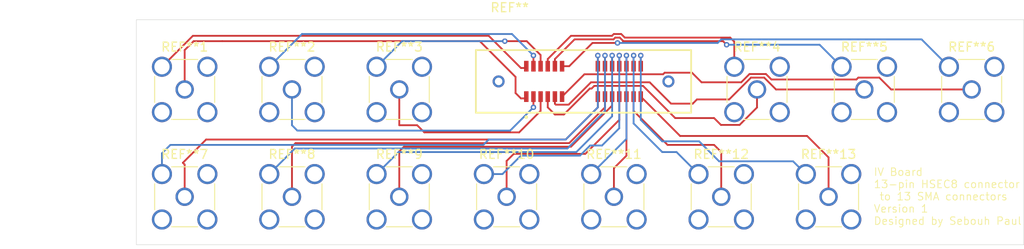
<source format=kicad_pcb>
(kicad_pcb (version 20240108) (generator "pcbnew") (generator_version "8.0")
  (layers (0 "F.Cu" signal) (31 "B.Cu" signal) (34 "B.Paste" user) (35 "F.Paste" user) (36 "B.SilkS" user "B.Silkscreen") (37 "F.SilkS" user "F.Silkscreen") (38 "B.Mask" user) (39 "F.Mask" user) (44 "Edge.Cuts" user))
  (net 0 "")
  (net 1 "A0")
  (net 2 "K0")
  (net 3 "A1")
  (net 4 "K1")
  (net 5 "A2")
  (net 6 "K2")
  (net 7 "A6")
  (net 8 "A7")
  (net 9 "A8")
  (net 10 "A9")
  (net 11 "A10")
  (net 12 "A11")
  (net 13 "A12")
  (net 14 "K6")
  (net 15 "K7")
  (net 16 "K8")
  (net 17 "K9")
  (net 18 "K10")
  (net 19 "K11")
  (net 20 "K12")
  (net 21 "A3")
  (net 22 "A4")
  (net 23 "A5")
  (net 24 "K3")
  (net 25 "K4")
  (net 26 "K5")
  (footprint "Connector_Coaxial:SMA_Amphenol_901-144_Vertical" (layer "F.Cu") (at 218.2 97)
    (property "Reference" "REF**6" (at 0 -4.75 0) (layer "F.SilkS"))
    (property "Value" "SMA_Amphenol_901-144_Vertical")
    (fp_line (start -3.355 -1.45) (end -3.355 1.45) (stroke (width 0.12)) (layer "F.SilkS"))
    (fp_line (start -1.45 -3.355) (end 1.45 -3.355) (stroke (width 0.12)) (layer "F.SilkS"))
    (fp_line (start -1.45 3.355) (end 1.45 3.355) (stroke (width 0.12)) (layer "F.SilkS"))
    (fp_line (start 3.355 -1.45) (end 3.355 1.45) (stroke (width 0.12)) (layer "F.SilkS"))
    (pad "1" thru_hole circle (at 0 0) (size 2.05 2.05) (drill 1.5) (layers "*.Cu" "*.Mask") (net 23 "A5"))
    (pad "2" thru_hole circle (at -2.54 -2.54) (size 2.25 2.25) (drill 1.7) (layers "*.Cu" "*.Mask") (net 26 "K5"))
    (pad "2" thru_hole circle (at -2.54 2.54) (size 2.25 2.25) (drill 1.7) (layers "*.Cu" "*.Mask"))
    (pad "2" thru_hole circle (at 2.54 -2.54) (size 2.25 2.25) (drill 1.7) (layers "*.Cu" "*.Mask"))
    (pad "2" thru_hole circle (at 2.54 2.54) (size 2.25 2.25) (drill 1.7) (layers "*.Cu" "*.Mask"))
  )
  (footprint "Connector_Coaxial:SMA_Amphenol_901-144_Vertical" (layer "F.Cu") (at 130.2 109)
    (property "Reference" "REF**7" (at 0 -4.75 0) (layer "F.SilkS"))
    (property "Value" "SMA_Amphenol_901-144_Vertical")
    (fp_line (start -3.355 -1.45) (end -3.355 1.45) (stroke (width 0.12)) (layer "F.SilkS"))
    (fp_line (start -1.45 -3.355) (end 1.45 -3.355) (stroke (width 0.12)) (layer "F.SilkS"))
    (fp_line (start -1.45 3.355) (end 1.45 3.355) (stroke (width 0.12)) (layer "F.SilkS"))
    (fp_line (start 3.355 -1.45) (end 3.355 1.45) (stroke (width 0.12)) (layer "F.SilkS"))
    (pad "1" thru_hole circle (at 0 0) (size 2.05 2.05) (drill 1.5) (layers "*.Cu" "*.Mask") (net 7 "A6"))
    (pad "2" thru_hole circle (at -2.54 -2.54) (size 2.25 2.25) (drill 1.7) (layers "*.Cu" "*.Mask") (net 14 "K6"))
    (pad "2" thru_hole circle (at -2.54 2.54) (size 2.25 2.25) (drill 1.7) (layers "*.Cu" "*.Mask"))
    (pad "2" thru_hole circle (at 2.54 -2.54) (size 2.25 2.25) (drill 1.7) (layers "*.Cu" "*.Mask"))
    (pad "2" thru_hole circle (at 2.54 2.54) (size 2.25 2.25) (drill 1.7) (layers "*.Cu" "*.Mask"))
  )
  (footprint "Connector_Coaxial:SMA_Amphenol_901-144_Vertical" (layer "F.Cu") (at 178.2 109)
    (property "Reference" "REF**11" (at 0 -4.75 0) (layer "F.SilkS"))
    (property "Value" "SMA_Amphenol_901-144_Vertical")
    (fp_line (start -3.355 -1.45) (end -3.355 1.45) (stroke (width 0.12)) (layer "F.SilkS"))
    (fp_line (start -1.45 -3.355) (end 1.45 -3.355) (stroke (width 0.12)) (layer "F.SilkS"))
    (fp_line (start -1.45 3.355) (end 1.45 3.355) (stroke (width 0.12)) (layer "F.SilkS"))
    (fp_line (start 3.355 -1.45) (end 3.355 1.45) (stroke (width 0.12)) (layer "F.SilkS"))
    (pad "1" thru_hole circle (at 0 0) (size 2.05 2.05) (drill 1.5) (layers "*.Cu" "*.Mask") (net 11 "A10"))
    (pad "2" thru_hole circle (at -2.54 -2.54) (size 2.25 2.25) (drill 1.7) (layers "*.Cu" "*.Mask") (net 18 "K10"))
    (pad "2" thru_hole circle (at -2.54 2.54) (size 2.25 2.25) (drill 1.7) (layers "*.Cu" "*.Mask"))
    (pad "2" thru_hole circle (at 2.54 -2.54) (size 2.25 2.25) (drill 1.7) (layers "*.Cu" "*.Mask"))
    (pad "2" thru_hole circle (at 2.54 2.54) (size 2.25 2.25) (drill 1.7) (layers "*.Cu" "*.Mask"))
  )
  (footprint "Connector_Coaxial:SMA_Amphenol_901-144_Vertical" (layer "F.Cu") (at 190.2 109)
    (property "Reference" "REF**12" (at 0 -4.75 0) (layer "F.SilkS"))
    (property "Value" "SMA_Amphenol_901-144_Vertical")
    (fp_line (start -3.355 -1.45) (end -3.355 1.45) (stroke (width 0.12)) (layer "F.SilkS"))
    (fp_line (start -1.45 -3.355) (end 1.45 -3.355) (stroke (width 0.12)) (layer "F.SilkS"))
    (fp_line (start -1.45 3.355) (end 1.45 3.355) (stroke (width 0.12)) (layer "F.SilkS"))
    (fp_line (start 3.355 -1.45) (end 3.355 1.45) (stroke (width 0.12)) (layer "F.SilkS"))
    (pad "1" thru_hole circle (at 0 0) (size 2.05 2.05) (drill 1.5) (layers "*.Cu" "*.Mask") (net 12 "A11"))
    (pad "2" thru_hole circle (at -2.54 -2.54) (size 2.25 2.25) (drill 1.7) (layers "*.Cu" "*.Mask") (net 19 "K11"))
    (pad "2" thru_hole circle (at -2.54 2.54) (size 2.25 2.25) (drill 1.7) (layers "*.Cu" "*.Mask"))
    (pad "2" thru_hole circle (at 2.54 -2.54) (size 2.25 2.25) (drill 1.7) (layers "*.Cu" "*.Mask"))
    (pad "2" thru_hole circle (at 2.54 2.54) (size 2.25 2.25) (drill 1.7) (layers "*.Cu" "*.Mask"))
  )
  (footprint "Connector_Coaxial:SMA_Amphenol_901-144_Vertical" (layer "F.Cu") (at 142.2 97)
    (property "Reference" "REF**2" (at 0 -4.75 0) (layer "F.SilkS"))
    (property "Value" "SMA_Amphenol_901-144_Vertical")
    (fp_line (start -3.355 -1.45) (end -3.355 1.45) (stroke (width 0.12)) (layer "F.SilkS"))
    (fp_line (start -1.45 -3.355) (end 1.45 -3.355) (stroke (width 0.12)) (layer "F.SilkS"))
    (fp_line (start -1.45 3.355) (end 1.45 3.355) (stroke (width 0.12)) (layer "F.SilkS"))
    (fp_line (start 3.355 -1.45) (end 3.355 1.45) (stroke (width 0.12)) (layer "F.SilkS"))
    (pad "1" thru_hole circle (at 0 0) (size 2.05 2.05) (drill 1.5) (layers "*.Cu" "*.Mask") (net 3 "A1"))
    (pad "2" thru_hole circle (at -2.54 -2.54) (size 2.25 2.25) (drill 1.7) (layers "*.Cu" "*.Mask") (net 4 "K1"))
    (pad "2" thru_hole circle (at -2.54 2.54) (size 2.25 2.25) (drill 1.7) (layers "*.Cu" "*.Mask"))
    (pad "2" thru_hole circle (at 2.54 -2.54) (size 2.25 2.25) (drill 1.7) (layers "*.Cu" "*.Mask"))
    (pad "2" thru_hole circle (at 2.54 2.54) (size 2.25 2.25) (drill 1.7) (layers "*.Cu" "*.Mask"))
  )
  (footprint "Connector_Coaxial:SMA_Amphenol_901-144_Vertical" (layer "F.Cu") (at 142.2 109)
    (property "Reference" "REF**8" (at 0 -4.75 0) (layer "F.SilkS"))
    (property "Value" "SMA_Amphenol_901-144_Vertical")
    (fp_line (start -3.355 -1.45) (end -3.355 1.45) (stroke (width 0.12)) (layer "F.SilkS"))
    (fp_line (start -1.45 -3.355) (end 1.45 -3.355) (stroke (width 0.12)) (layer "F.SilkS"))
    (fp_line (start -1.45 3.355) (end 1.45 3.355) (stroke (width 0.12)) (layer "F.SilkS"))
    (fp_line (start 3.355 -1.45) (end 3.355 1.45) (stroke (width 0.12)) (layer "F.SilkS"))
    (pad "1" thru_hole circle (at 0 0) (size 2.05 2.05) (drill 1.5) (layers "*.Cu" "*.Mask") (net 8 "A7"))
    (pad "2" thru_hole circle (at -2.54 -2.54) (size 2.25 2.25) (drill 1.7) (layers "*.Cu" "*.Mask") (net 15 "K7"))
    (pad "2" thru_hole circle (at -2.54 2.54) (size 2.25 2.25) (drill 1.7) (layers "*.Cu" "*.Mask"))
    (pad "2" thru_hole circle (at 2.54 -2.54) (size 2.25 2.25) (drill 1.7) (layers "*.Cu" "*.Mask"))
    (pad "2" thru_hole circle (at 2.54 2.54) (size 2.25 2.25) (drill 1.7) (layers "*.Cu" "*.Mask"))
  )
  (footprint "Connector_Coaxial:SMA_Amphenol_901-144_Vertical" (layer "F.Cu") (at 154.2 109)
    (property "Reference" "REF**9" (at 0 -4.75 0) (layer "F.SilkS"))
    (property "Value" "SMA_Amphenol_901-144_Vertical")
    (fp_line (start -3.355 -1.45) (end -3.355 1.45) (stroke (width 0.12)) (layer "F.SilkS"))
    (fp_line (start -1.45 -3.355) (end 1.45 -3.355) (stroke (width 0.12)) (layer "F.SilkS"))
    (fp_line (start -1.45 3.355) (end 1.45 3.355) (stroke (width 0.12)) (layer "F.SilkS"))
    (fp_line (start 3.355 -1.45) (end 3.355 1.45) (stroke (width 0.12)) (layer "F.SilkS"))
    (pad "1" thru_hole circle (at 0 0) (size 2.05 2.05) (drill 1.5) (layers "*.Cu" "*.Mask") (net 9 "A8"))
    (pad "2" thru_hole circle (at -2.54 -2.54) (size 2.25 2.25) (drill 1.7) (layers "*.Cu" "*.Mask") (net 16 "K8"))
    (pad "2" thru_hole circle (at -2.54 2.54) (size 2.25 2.25) (drill 1.7) (layers "*.Cu" "*.Mask"))
    (pad "2" thru_hole circle (at 2.54 -2.54) (size 2.25 2.25) (drill 1.7) (layers "*.Cu" "*.Mask"))
    (pad "2" thru_hole circle (at 2.54 2.54) (size 2.25 2.25) (drill 1.7) (layers "*.Cu" "*.Mask"))
  )
  (footprint "Connector_Coaxial:SMA_Amphenol_901-144_Vertical" (layer "F.Cu") (at 130.2 97)
    (property "Reference" "REF**1" (at 0 -4.75 0) (layer "F.SilkS"))
    (property "Value" "SMA_Amphenol_901-144_Vertical")
    (fp_line (start -3.355 -1.45) (end -3.355 1.45) (stroke (width 0.12)) (layer "F.SilkS"))
    (fp_line (start -1.45 -3.355) (end 1.45 -3.355) (stroke (width 0.12)) (layer "F.SilkS"))
    (fp_line (start -1.45 3.355) (end 1.45 3.355) (stroke (width 0.12)) (layer "F.SilkS"))
    (fp_line (start 3.355 -1.45) (end 3.355 1.45) (stroke (width 0.12)) (layer "F.SilkS"))
    (pad "1" thru_hole circle (at 0 0) (size 2.05 2.05) (drill 1.5) (layers "*.Cu" "*.Mask") (net 1 "A0"))
    (pad "2" thru_hole circle (at -2.54 -2.54) (size 2.25 2.25) (drill 1.7) (layers "*.Cu" "*.Mask") (net 2 "K0"))
    (pad "2" thru_hole circle (at -2.54 2.54) (size 2.25 2.25) (drill 1.7) (layers "*.Cu" "*.Mask"))
    (pad "2" thru_hole circle (at 2.54 -2.54) (size 2.25 2.25) (drill 1.7) (layers "*.Cu" "*.Mask"))
    (pad "2" thru_hole circle (at 2.54 2.54) (size 2.25 2.25) (drill 1.7) (layers "*.Cu" "*.Mask"))
  )
  (footprint "Connector_Coaxial:SMA_Amphenol_901-144_Vertical" (layer "F.Cu") (at 166.2 109)
    (property "Reference" "REF**10" (at 0 -4.75 0) (layer "F.SilkS"))
    (property "Value" "SMA_Amphenol_901-144_Vertical")
    (fp_line (start -3.355 -1.45) (end -3.355 1.45) (stroke (width 0.12)) (layer "F.SilkS"))
    (fp_line (start -1.45 -3.355) (end 1.45 -3.355) (stroke (width 0.12)) (layer "F.SilkS"))
    (fp_line (start -1.45 3.355) (end 1.45 3.355) (stroke (width 0.12)) (layer "F.SilkS"))
    (fp_line (start 3.355 -1.45) (end 3.355 1.45) (stroke (width 0.12)) (layer "F.SilkS"))
    (pad "1" thru_hole circle (at 0 0) (size 2.05 2.05) (drill 1.5) (layers "*.Cu" "*.Mask") (net 10 "A9"))
    (pad "2" thru_hole circle (at -2.54 -2.54) (size 2.25 2.25) (drill 1.7) (layers "*.Cu" "*.Mask") (net 17 "K9"))
    (pad "2" thru_hole circle (at -2.54 2.54) (size 2.25 2.25) (drill 1.7) (layers "*.Cu" "*.Mask"))
    (pad "2" thru_hole circle (at 2.54 -2.54) (size 2.25 2.25) (drill 1.7) (layers "*.Cu" "*.Mask"))
    (pad "2" thru_hole circle (at 2.54 2.54) (size 2.25 2.25) (drill 1.7) (layers "*.Cu" "*.Mask"))
  )
  (footprint "Connector_Coaxial:SMA_Amphenol_901-144_Vertical" (layer "F.Cu") (at 194.2 97)
    (property "Reference" "REF**4" (at 0 -4.75 0) (layer "F.SilkS"))
    (property "Value" "SMA_Amphenol_901-144_Vertical")
    (fp_line (start -3.355 -1.45) (end -3.355 1.45) (stroke (width 0.12)) (layer "F.SilkS"))
    (fp_line (start -1.45 -3.355) (end 1.45 -3.355) (stroke (width 0.12)) (layer "F.SilkS"))
    (fp_line (start -1.45 3.355) (end 1.45 3.355) (stroke (width 0.12)) (layer "F.SilkS"))
    (fp_line (start 3.355 -1.45) (end 3.355 1.45) (stroke (width 0.12)) (layer "F.SilkS"))
    (pad "1" thru_hole circle (at 0 0) (size 2.05 2.05) (drill 1.5) (layers "*.Cu" "*.Mask") (net 21 "A3"))
    (pad "2" thru_hole circle (at -2.54 -2.54) (size 2.25 2.25) (drill 1.7) (layers "*.Cu" "*.Mask") (net 24 "K3"))
    (pad "2" thru_hole circle (at -2.54 2.54) (size 2.25 2.25) (drill 1.7) (layers "*.Cu" "*.Mask"))
    (pad "2" thru_hole circle (at 2.54 -2.54) (size 2.25 2.25) (drill 1.7) (layers "*.Cu" "*.Mask"))
    (pad "2" thru_hole circle (at 2.54 2.54) (size 2.25 2.25) (drill 1.7) (layers "*.Cu" "*.Mask"))
  )
  (footprint "Connector_Coaxial:SMA_Amphenol_901-144_Vertical" (layer "F.Cu") (at 206.2 97)
    (property "Reference" "REF**5" (at 0 -4.75 0) (layer "F.SilkS"))
    (property "Value" "SMA_Amphenol_901-144_Vertical")
    (fp_line (start -3.355 -1.45) (end -3.355 1.45) (stroke (width 0.12)) (layer "F.SilkS"))
    (fp_line (start -1.45 -3.355) (end 1.45 -3.355) (stroke (width 0.12)) (layer "F.SilkS"))
    (fp_line (start -1.45 3.355) (end 1.45 3.355) (stroke (width 0.12)) (layer "F.SilkS"))
    (fp_line (start 3.355 -1.45) (end 3.355 1.45) (stroke (width 0.12)) (layer "F.SilkS"))
    (pad "1" thru_hole circle (at 0 0) (size 2.05 2.05) (drill 1.5) (layers "*.Cu" "*.Mask") (net 22 "A4"))
    (pad "2" thru_hole circle (at -2.54 -2.54) (size 2.25 2.25) (drill 1.7) (layers "*.Cu" "*.Mask") (net 25 "K4"))
    (pad "2" thru_hole circle (at -2.54 2.54) (size 2.25 2.25) (drill 1.7) (layers "*.Cu" "*.Mask"))
    (pad "2" thru_hole circle (at 2.54 -2.54) (size 2.25 2.25) (drill 1.7) (layers "*.Cu" "*.Mask"))
    (pad "2" thru_hole circle (at 2.54 2.54) (size 2.25 2.25) (drill 1.7) (layers "*.Cu" "*.Mask"))
  )
  (footprint "Connector_Samtec_HSEC8:SAMTEC_HSEC8-113-01-X-DV-A-L2" (layer "F.Cu") (at 174.8 96.1)
    (property "Reference" "REF**" (at -8.255 -8.255 0) (layer "F.SilkS"))
    (property "Value" "SAMTEC_HSEC8-113-01-X-DV-A-L2")
    (fp_line (start -12.035 -3.5) (end 12.035 -3.5) (stroke (width 0.2)) (layer "F.SilkS"))
    (fp_line (start -12.035 3.5) (end -12.035 -3.5) (stroke (width 0.2)) (layer "F.SilkS"))
    (fp_line (start 12.035 -3.5) (end 12.035 3.5) (stroke (width 0.2)) (layer "F.SilkS"))
    (fp_line (start 12.035 3.5) (end -12.035 3.5) (stroke (width 0.2)) (layer "F.SilkS"))
    (fp_circle (center -6.4 4) (end -6.3 4) (stroke (width 0.2)) (fill none) (layer "F.SilkS"))
    (pad "" np_thru_hole circle (at -10.745 1.5) (size 1.27 1.27) (drill 1.27) (layers "F&B.Cu" "*.Mask"))
    (pad "" np_thru_hole circle (at 10.745 1.5) (size 1.27 1.27) (drill 1.27) (layers "F&B.Cu" "*.Mask"))
    (pad "01" smd rect (at -6.4 1.7) (size 0.5 1.2) (layers "F.Cu" "F.Paste" "F.Mask") (net 1 "A0"))
    (pad "02" smd rect (at -6.4 -1.7) (size 0.5 1.2) (layers "F.Cu" "F.Paste" "F.Mask") (net 2 "K0"))
    (pad "02" smd rect (at -5.6 1.7) (size 0.5 1.2) (layers "F.Cu" "F.Paste" "F.Mask") (net 3 "A1"))
    (pad "04" smd rect (at -5.6 -1.7) (size 0.5 1.2) (layers "F.Cu" "F.Paste" "F.Mask") (net 4 "K1"))
    (pad "05" smd rect (at -4.8 1.7) (size 0.5 1.2) (layers "F.Cu" "F.Paste" "F.Mask") (net 5 "A2"))
    (pad "06" smd rect (at -4.8 -1.7) (size 0.5 1.2) (layers "F.Cu" "F.Paste" "F.Mask") (net 6 "K2"))
    (pad "07" smd rect (at -4 1.7) (size 0.5 1.2) (layers "F.Cu" "F.Paste" "F.Mask") (net 21 "A3"))
    (pad "08" smd rect (at -4 -1.7) (size 0.5 1.2) (layers "F.Cu" "F.Paste" "F.Mask") (net 24 "K3"))
    (pad "09" smd rect (at -3.2 1.7) (size 0.5 1.2) (layers "F.Cu" "F.Paste" "F.Mask") (net 22 "A4"))
    (pad "10" smd rect (at -3.2 -1.7) (size 0.5 1.2) (layers "F.Cu" "F.Paste" "F.Mask") (net 25 "K4"))
    (pad "11" smd rect (at -2.4 1.7) (size 0.5 1.2) (layers "F.Cu" "F.Paste" "F.Mask") (net 23 "A5"))
    (pad "12" smd rect (at -2.4 -1.7) (size 0.5 1.2) (layers "F.Cu" "F.Paste" "F.Mask") (net 26 "K5"))
    (pad "13" smd rect (at 1.6 1.7) (size 0.5 1.2) (layers "F.Cu" "F.Paste" "F.Mask") (net 7 "A6"))
    (pad "14" smd rect (at 1.6 -1.7) (size 0.5 1.2) (layers "F.Cu" "F.Paste" "F.Mask") (net 14 "K6"))
    (pad "15" smd rect (at 2.4 1.7) (size 0.5 1.2) (layers "F.Cu" "F.Paste" "F.Mask") (net 8 "A7"))
    (pad "16" smd rect (at 2.4 -1.7) (size 0.5 1.2) (layers "F.Cu" "F.Paste" "F.Mask") (net 15 "K7"))
    (pad "17" smd rect (at 3.2 1.7) (size 0.5 1.2) (layers "F.Cu" "F.Paste" "F.Mask") (net 9 "A8"))
    (pad "18" smd rect (at 3.2 -1.7) (size 0.5 1.2) (layers "F.Cu" "F.Paste" "F.Mask") (net 16 "K8"))
    (pad "19" smd rect (at 4 1.7) (size 0.5 1.2) (layers "F.Cu" "F.Paste" "F.Mask") (net 10 "A9"))
    (pad "20" smd rect (at 4 -1.7) (size 0.5 1.2) (layers "F.Cu" "F.Paste" "F.Mask") (net 17 "K9"))
    (pad "21" smd rect (at 4.8 1.7) (size 0.5 1.2) (layers "F.Cu" "F.Paste" "F.Mask") (net 11 "A10"))
    (pad "22" smd rect (at 4.8 -1.7) (size 0.5 1.2) (layers "F.Cu" "F.Paste" "F.Mask") (net 18 "K10"))
    (pad "23" smd rect (at 5.6 1.7) (size 0.5 1.2) (layers "F.Cu" "F.Paste" "F.Mask") (net 12 "A11"))
    (pad "24" smd rect (at 5.6 -1.7) (size 0.5 1.2) (layers "F.Cu" "F.Paste" "F.Mask") (net 19 "K11"))
    (pad "25" smd rect (at 6.4 1.7) (size 0.5 1.2) (layers "F.Cu" "F.Paste" "F.Mask") (net 13 "A12"))
    (pad "26" smd rect (at 6.4 -1.7) (size 0.5 1.2) (layers "F.Cu" "F.Paste" "F.Mask") (net 20 "K12"))
    (pad "S1" thru_hole circle (at -9.495 0) (size 1.348 1.348) (drill 0.84) (layers "*.Cu" "*.Mask"))
    (pad "S2" thru_hole circle (at 9.495 0) (size 1.348 1.348) (drill 0.84) (layers "*.Cu" "*.Mask"))
  )
  (footprint "Connector_Coaxial:SMA_Amphenol_901-144_Vertical" (layer "F.Cu") (at 202.2 109)
    (property "Reference" "REF**13" (at 0 -4.75 0) (layer "F.SilkS"))
    (property "Value" "SMA_Amphenol_901-144_Vertical")
    (fp_line (start -3.355 -1.45) (end -3.355 1.45) (stroke (width 0.12)) (layer "F.SilkS"))
    (fp_line (start -1.45 -3.355) (end 1.45 -3.355) (stroke (width 0.12)) (layer "F.SilkS"))
    (fp_line (start -1.45 3.355) (end 1.45 3.355) (stroke (width 0.12)) (layer "F.SilkS"))
    (fp_line (start 3.355 -1.45) (end 3.355 1.45) (stroke (width 0.12)) (layer "F.SilkS"))
    (pad "1" thru_hole circle (at 0 0) (size 2.05 2.05) (drill 1.5) (layers "*.Cu" "*.Mask") (net 13 "A12"))
    (pad "2" thru_hole circle (at -2.54 -2.54) (size 2.25 2.25) (drill 1.7) (layers "*.Cu" "*.Mask") (net 20 "K12"))
    (pad "2" thru_hole circle (at -2.54 2.54) (size 2.25 2.25) (drill 1.7) (layers "*.Cu" "*.Mask"))
    (pad "2" thru_hole circle (at 2.54 -2.54) (size 2.25 2.25) (drill 1.7) (layers "*.Cu" "*.Mask"))
    (pad "2" thru_hole circle (at 2.54 2.54) (size 2.25 2.25) (drill 1.7) (layers "*.Cu" "*.Mask"))
  )
  (footprint "Connector_Coaxial:SMA_Amphenol_901-144_Vertical" (layer "F.Cu") (at 154.2 97)
    (property "Reference" "REF**3" (at 0 -4.75 0) (layer "F.SilkS"))
    (property "Value" "SMA_Amphenol_901-144_Vertical")
    (fp_line (start -3.355 -1.45) (end -3.355 1.45) (stroke (width 0.12)) (layer "F.SilkS"))
    (fp_line (start -1.45 -3.355) (end 1.45 -3.355) (stroke (width 0.12)) (layer "F.SilkS"))
    (fp_line (start -1.45 3.355) (end 1.45 3.355) (stroke (width 0.12)) (layer "F.SilkS"))
    (fp_line (start 3.355 -1.45) (end 3.355 1.45) (stroke (width 0.12)) (layer "F.SilkS"))
    (pad "1" thru_hole circle (at 0 0) (size 2.05 2.05) (drill 1.5) (layers "*.Cu" "*.Mask") (net 5 "A2"))
    (pad "2" thru_hole circle (at -2.54 -2.54) (size 2.25 2.25) (drill 1.7) (layers "*.Cu" "*.Mask") (net 6 "K2"))
    (pad "2" thru_hole circle (at -2.54 2.54) (size 2.25 2.25) (drill 1.7) (layers "*.Cu" "*.Mask"))
    (pad "2" thru_hole circle (at 2.54 -2.54) (size 2.25 2.25) (drill 1.7) (layers "*.Cu" "*.Mask"))
    (pad "2" thru_hole circle (at 2.54 2.54) (size 2.25 2.25) (drill 1.7) (layers "*.Cu" "*.Mask"))
  )
  (gr_rect (start 124.8 89.2) (end 224.031156 114.368844) (stroke (width 0.05)) (fill none) (layer "Edge.Cuts"))
  (gr_text "IV Board \n13-pin HSEC8 connector\n to 13 SMA connectors\nVersion 1\nDesigned by Sebouh Paul" (at 207.2 112.2 0) (layer "F.SilkS") (effects (font (size 0.85 0.85) (thickness 0.1)) (justify left bottom)))
  (segment (start 134.4 91.6) (end 131.2 91.6) (width 0.2) (layer "F.Cu") (net 1))
  (segment (start 134.4 91.6) (end 163.2 91.6) (width 0.2) (layer "F.Cu") (net 1))
  (segment (start 167.2 97.4) (end 167.8 98) (width 0.2) (layer "F.Cu") (net 1))
  (segment (start 131.2 91.6) (end 130.2 92.6) (width 0.2) (layer "F.Cu") (net 1))
  (segment (start 167.8 98) (end 168.2 98) (width 0.2) (layer "F.Cu") (net 1))
  (segment (start 163.2 91.6) (end 167.2 95.6) (width 0.2) (layer "F.Cu") (net 1))
  (segment (start 130.2 92.6) (end 130.2 97) (width 0.2) (layer "F.Cu") (net 1))
  (segment (start 167.2 95.6) (end 167.2 97.4) (width 0.2) (layer "F.Cu") (net 1))
  (segment (start 168.2 98) (end 168.4 97.8) (width 0.2) (layer "F.Cu") (net 1))
  (segment (start 164.2 91) (end 167.8 94.6) (width 0.2) (layer "F.Cu") (net 2))
  (segment (start 127.66 94.46) (end 131.12 91) (width 0.2) (layer "F.Cu") (net 2))
  (segment (start 131.12 91) (end 164.2 91) (width 0.2) (layer "F.Cu") (net 2))
  (segment (start 167.8 94.6) (end 168.2 94.6) (width 0.2) (layer "F.Cu") (net 2))
  (segment (start 168.2 94.6) (end 168.4 94.4) (width 0.2) (layer "F.Cu") (net 2))
  (segment (start 169.2 97.8) (end 169.2 99) (width 0.2) (layer "F.Cu") (net 3))
  (via (at 169.2 99) (size 0.6) (drill 0.3) (layers "F.Cu" "B.Cu") (net 3))
  (segment (start 166.6 101.6) (end 143 101.6) (width 0.2) (layer "B.Cu") (net 3))
  (segment (start 169.2 99) (end 166.6 101.6) (width 0.2) (layer "B.Cu") (net 3))
  (segment (start 142.8 101.6) (end 143 101.6) (width 0.2) (layer "B.Cu") (net 3))
  (segment (start 142.2 101) (end 142.8 101.6) (width 0.2) (layer "B.Cu") (net 3))
  (segment (start 142.2 101) (end 142.2 97) (width 0.2) (layer "B.Cu") (net 3))
  (segment (start 169.2 94.4) (end 169.2 93.2) (width 0.2) (layer "F.Cu") (net 4))
  (via (at 169.2 93.2) (size 0.6) (drill 0.3) (layers "F.Cu" "B.Cu") (net 4))
  (segment (start 166.8 90.8) (end 143.32 90.8) (width 0.2) (layer "B.Cu") (net 4))
  (segment (start 143.32 90.8) (end 139.66 94.46) (width 0.2) (layer "B.Cu") (net 4))
  (segment (start 169.2 93.2) (end 166.8 90.8) (width 0.2) (layer "B.Cu") (net 4))
  (segment (start 157 101.8) (end 167.6 101.8) (width 0.2) (layer "F.Cu") (net 5))
  (segment (start 154.2 101) (end 156.2 101) (width 0.2) (layer "F.Cu") (net 5))
  (segment (start 170 99.4) (end 170 97.8) (width 0.2) (layer "F.Cu") (net 5))
  (segment (start 154.2 97) (end 154.2 101) (width 0.2) (layer "F.Cu") (net 5))
  (segment (start 156.2 101) (end 157 101.8) (width 0.2) (layer "F.Cu") (net 5))
  (segment (start 167.6 101.8) (end 170 99.4) (width 0.2) (layer "F.Cu") (net 5))
  (segment (start 170 93.151471) (end 168.448529 91.6) (width 0.2) (layer "F.Cu") (net 6))
  (segment (start 168.448529 91.6) (end 166 91.6) (width 0.2) (layer "F.Cu") (net 6))
  (segment (start 170 94.4) (end 170 93.151471) (width 0.2) (layer "F.Cu") (net 6))
  (via (at 166 91.6) (size 0.6) (drill 0.3) (layers "F.Cu" "B.Cu") (net 6))
  (segment (start 151.66 94.46) (end 154.52 91.6) (width 0.2) (layer "B.Cu") (net 6))
  (segment (start 154.52 91.6) (end 166 91.6) (width 0.2) (layer "B.Cu") (net 6))
  (segment (start 130.2 105.4) (end 130 105.2) (width 0.2) (layer "F.Cu") (net 7))
  (segment (start 176.4 99) (end 176.4 97.8) (width 0.2) (layer "F.Cu") (net 7))
  (segment (start 130 105.2) (end 132.6 102.6) (width 0.2) (layer "F.Cu") (net 7))
  (segment (start 130.2 109) (end 130.2 105.4) (width 0.2) (layer "F.Cu") (net 7))
  (segment (start 132.6 102.6) (end 172.8 102.6) (width 0.2) (layer "F.Cu") (net 7))
  (segment (start 172.8 102.6) (end 176.4 99) (width 0.2) (layer "F.Cu") (net 7))
  (segment (start 142.2 109) (end 142.2 103.4) (width 0.2) (layer "F.Cu") (net 8))
  (segment (start 142.2 103.4) (end 142.6 103) (width 0.2) (layer "F.Cu") (net 8))
  (segment (start 177.2 99) (end 177.2 97.8) (width 0.2) (layer "F.Cu") (net 8))
  (segment (start 142.6 103) (end 173.2 103) (width 0.2) (layer "F.Cu") (net 8))
  (segment (start 173.2 103) (end 177.2 99) (width 0.2) (layer "F.Cu") (net 8))
  (segment (start 154.72 103.4) (end 154.8 103.4) (width 0.2) (layer "F.Cu") (net 9))
  (segment (start 154.2 103.92) (end 154.72 103.4) (width 0.2) (layer "F.Cu") (net 9))
  (segment (start 154.8 103.4) (end 173.4 103.4) (width 0.2) (layer "F.Cu") (net 9))
  (segment (start 154.2 109) (end 154.2 103.92) (width 0.2) (layer "F.Cu") (net 9))
  (segment (start 178 98.8) (end 178 97.8) (width 0.2) (layer "F.Cu") (net 9))
  (segment (start 173.4 103.4) (end 178 98.8) (width 0.2) (layer "F.Cu") (net 9))
  (segment (start 166.2 105) (end 166.2 109) (width 0.2) (layer "F.Cu") (net 10))
  (segment (start 167 104.2) (end 175 104.2) (width 0.2) (layer "F.Cu") (net 10))
  (segment (start 178.8 97.8) (end 178.8 100.4) (width 0.2) (layer "F.Cu") (net 10))
  (segment (start 166.2 105) (end 167 104.2) (width 0.2) (layer "F.Cu") (net 10))
  (segment (start 178.8 100.4) (end 175 104.2) (width 0.2) (layer "F.Cu") (net 10))
  (segment (start 178.2 105.8) (end 179.6 104.4) (width 0.2) (layer "F.Cu") (net 11))
  (segment (start 178.2 109) (end 178.2 105.8) (width 0.2) (layer "F.Cu") (net 11))
  (segment (start 179.6 104.4) (end 179.6 97.8) (width 0.2) (layer "F.Cu") (net 11))
  (segment (start 189.4 103.2) (end 190.2 104) (width 0.2) (layer "F.Cu") (net 12))
  (segment (start 180.4 97.8) (end 180.4 99.4) (width 0.2) (layer "F.Cu") (net 12))
  (segment (start 184.2 103.2) (end 189.4 103.2) (width 0.2) (layer "F.Cu") (net 12))
  (segment (start 190.2 104) (end 190.2 109) (width 0.2) (layer "F.Cu") (net 12))
  (segment (start 180.4 99.4) (end 184.2 103.2) (width 0.2) (layer "F.Cu") (net 12))
  (segment (start 185.6 102.2) (end 199.8 102.2) (width 0.2) (layer "F.Cu") (net 13))
  (segment (start 181.2 97.8) (end 185.6 102.2) (width 0.2) (layer "F.Cu") (net 13))
  (segment (start 202.2 104.6) (end 202.2 109) (width 0.2) (layer "F.Cu") (net 13))
  (segment (start 199.8 102.2) (end 202.2 104.6) (width 0.2) (layer "F.Cu") (net 13))
  (segment (start 176.4 94.4) (end 176.4 93.2) (width 0.2) (layer "F.Cu") (net 14))
  (via (at 176.4 93.2) (size 0.6) (drill 0.3) (layers "F.Cu" "B.Cu") (net 14))
  (segment (start 128.6 103.2) (end 163.6 103.2) (width 0.2) (layer "B.Cu") (net 14))
  (segment (start 127.66 106.46) (end 127.66 104.14) (width 0.2) (layer "B.Cu") (net 14))
  (segment (start 163.6 103.2) (end 164.2 102.6) (width 0.2) (layer "B.Cu") (net 14))
  (segment (start 164.2 102.6) (end 172.8 102.6) (width 0.2) (layer "B.Cu") (net 14))
  (segment (start 172.8 102.6) (end 176.4 99) (width 0.2) (layer "B.Cu") (net 14))
  (segment (start 127.66 104.14) (end 128.6 103.2) (width 0.2) (layer "B.Cu") (net 14))
  (segment (start 176.4 99) (end 176.4 93.2) (width 0.2) (layer "B.Cu") (net 14))
  (segment (start 177.2 93.2) (end 177.2 94.4) (width 0.2) (layer "F.Cu") (net 15))
  (via (at 177.2 93.2) (size 0.6) (drill 0.3) (layers "F.Cu" "B.Cu") (net 15))
  (segment (start 139.66 106.46) (end 142.52 103.6) (width 0.2) (layer "B.Cu") (net 15))
  (segment (start 173 103.6) (end 177.2 99.4) (width 0.2) (layer "B.Cu") (net 15))
  (segment (start 142.52 103.6) (end 173 103.6) (width 0.2) (layer "B.Cu") (net 15))
  (segment (start 177.2 99.4) (end 177.2 93.2) (width 0.2) (layer "B.Cu") (net 15))
  (segment (start 178 93.2) (end 178 94.4) (width 0.2) (layer "F.Cu") (net 16))
  (via (at 178 93.2) (size 0.6) (drill 0.3) (layers "F.Cu" "B.Cu") (net 16))
  (segment (start 154.12 104) (end 174 104) (width 0.2) (layer "B.Cu") (net 16))
  (segment (start 178 100) (end 178 93.2) (width 0.2) (layer "B.Cu") (net 16))
  (segment (start 151.66 106.46) (end 154.12 104) (width 0.2) (layer "B.Cu") (net 16))
  (segment (start 174 104) (end 178 100) (width 0.2) (layer "B.Cu") (net 16))
  (segment (start 178.8 93.2) (end 178.8 94.4) (width 0.2) (layer "F.Cu") (net 17))
  (via (at 178.8 93.2) (size 0.6) (drill 0.3) (layers "F.Cu" "B.Cu") (net 17))
  (segment (start 175.532372 103.267628) (end 176.867628 103.267628) (width 0.2) (layer "B.Cu") (net 17))
  (segment (start 174.4 104.4) (end 175.532372 103.267628) (width 0.2) (layer "B.Cu") (net 17))
  (segment (start 178.8 93.2) (end 178.8 101.335255) (width 0.2) (layer "B.Cu") (net 17))
  (segment (start 167.8 104.4) (end 174.4 104.4) (width 0.2) (layer "B.Cu") (net 17))
  (segment (start 163.66 106.46) (end 165.74 106.46) (width 0.2) (layer "B.Cu") (net 17))
  (segment (start 178.8 101.335255) (end 176.867628 103.267628) (width 0.2) (layer "B.Cu") (net 17))
  (segment (start 165.74 106.46) (end 167.8 104.4) (width 0.2) (layer "B.Cu") (net 17))
  (segment (start 179.6 93.2) (end 179.6 94.4) (width 0.2) (layer "F.Cu") (net 18))
  (via (at 179.6 93.2) (size 0.6) (drill 0.3) (layers "F.Cu" "B.Cu") (net 18))
  (segment (start 179.6 102.52) (end 179.6 93.2) (width 0.2) (layer "B.Cu") (net 18))
  (segment (start 175.66 106.46) (end 179.6 102.52) (width 0.2) (layer "B.Cu") (net 18))
  (segment (start 180.4 93.2) (end 180.4 94.4) (width 0.2) (layer "F.Cu") (net 19))
  (via (at 180.4 93.2) (size 0.6) (drill 0.3) (layers "F.Cu" "B.Cu") (net 19))
  (segment (start 187.66 106.46) (end 185.2 104) (width 0.2) (layer "B.Cu") (net 19))
  (segment (start 185.2 104) (end 183.6 104) (width 0.2) (layer "B.Cu") (net 19))
  (segment (start 180.4 100.8) (end 180.4 93.2) (width 0.2) (layer "B.Cu") (net 19))
  (segment (start 183.6 104) (end 180.4 100.8) (width 0.2) (layer "B.Cu") (net 19))
  (segment (start 181.2 93.2) (end 181.2 94.4) (width 0.2) (layer "F.Cu") (net 20))
  (via (at 181.2 93.2) (size 0.6) (drill 0.3) (layers "F.Cu" "B.Cu") (net 20))
  (segment (start 189.965 105.035) (end 187.73 102.8) (width 0.2) (layer "B.Cu") (net 20))
  (segment (start 183.6 102.8) (end 181.2 100.4) (width 0.2) (layer "B.Cu") (net 20))
  (segment (start 181.2 100.4) (end 181.2 93.2) (width 0.2) (layer "B.Cu") (net 20))
  (segment (start 198.235 105.035) (end 189.965 105.035) (width 0.2) (layer "B.Cu") (net 20))
  (segment (start 183.6 102.8) (end 187.73 102.8) (width 0.2) (layer "B.Cu") (net 20))
  (segment (start 199.66 106.46) (end 198.235 105.035) (width 0.2) (layer "B.Cu") (net 20))
  (segment (start 190.165 100.965) (end 189.4 100.2) (width 0.2) (layer "F.Cu") (net 21))
  (segment (start 192.507628 100.707628) (end 192.250256 100.965) (width 0.2) (layer "F.Cu") (net 21))
  (segment (start 185.05 100.2) (end 181.45 96.6) (width 0.2) (layer "F.Cu") (net 21))
  (segment (start 175.7 96.9) (end 175.5 96.9) (width 0.2) (layer "F.Cu") (net 21))
  (segment (start 194.2 97) (end 194.2 99.015255) (width 0.2) (layer "F.Cu") (net 21))
  (segment (start 189.4 100.2) (end 185.05 100.2) (width 0.2) (layer "F.Cu") (net 21))
  (segment (start 171.6 99.8) (end 170.8 99) (width 0.2) (layer "F.Cu") (net 21))
  (segment (start 194.2 99.015255) (end 192.507628 100.707628) (width 0.2) (layer "F.Cu") (net 21))
  (segment (start 170.8 99) (end 170.8 97.8) (width 0.2) (layer "F.Cu") (net 21))
  (segment (start 176 96.6) (end 175.7 96.9) (width 0.2) (layer "F.Cu") (net 21))
  (segment (start 192.250256 100.965) (end 190.165 100.965) (width 0.2) (layer "F.Cu") (net 21))
  (segment (start 172.6 99.8) (end 171.6 99.8) (width 0.2) (layer "F.Cu") (net 21))
  (segment (start 175.5 96.9) (end 172.6 99.8) (width 0.2) (layer "F.Cu") (net 21))
  (segment (start 181.45 96.6) (end 176 96.6) (width 0.2) (layer "F.Cu") (net 21))
  (segment (start 171.6 97.8) (end 171.6 98.6) (width 0.2) (layer "F.Cu") (net 22))
  (segment (start 171.6 98.6) (end 171.7 98.7) (width 0.2) (layer "F.Cu") (net 22))
  (segment (start 173.134314 98.7) (end 175.634314 96.2) (width 0.2) (layer "F.Cu") (net 22))
  (segment (start 195 95.675) (end 196.325 97) (width 0.2) (layer "F.Cu") (net 22))
  (segment (start 193.525 95.675) (end 195 95.675) (width 0.2) (layer "F.Cu") (net 22))
  (segment (start 196.325 97) (end 206.2 97) (width 0.2) (layer "F.Cu") (net 22))
  (segment (start 175.634314 96.2) (end 182.2 96.2) (width 0.2) (layer "F.Cu") (net 22))
  (segment (start 171.7 98.7) (end 173.134314 98.7) (width 0.2) (layer "F.Cu") (net 22))
  (segment (start 187.485 98.115) (end 191.085 98.115) (width 0.2) (layer "F.Cu") (net 22))
  (segment (start 184.585 98.585) (end 186.985 98.585) (width 0.2) (layer "F.Cu") (net 22))
  (segment (start 186.985 98.585) (end 187 98.6) (width 0.2) (layer "F.Cu") (net 22))
  (segment (start 182.2 96.2) (end 184.585 98.585) (width 0.2) (layer "F.Cu") (net 22))
  (segment (start 187 98.6) (end 187.485 98.115) (width 0.2) (layer "F.Cu") (net 22))
  (segment (start 191.085 98.115) (end 193.525 95.675) (width 0.2) (layer "F.Cu") (net 22))
  (segment (start 205.525 95.675) (end 207.875 95.675) (width 0.2) (layer "F.Cu") (net 23))
  (segment (start 188 96.2) (end 192.434314 96.2) (width 0.2) (layer "F.Cu") (net 23))
  (segment (start 186.926 95.126) (end 188 96.2) (width 0.2) (layer "F.Cu") (net 23))
  (segment (start 172.4 97.8) (end 174.9 95.3) (width 0.2) (layer "F.Cu") (net 23))
  (segment (start 183.7 95.3) (end 183.874 95.126) (width 0.2) (layer "F.Cu") (net 23))
  (segment (start 174.9 95.3) (end 183.7 95.3) (width 0.2) (layer "F.Cu") (net 23))
  (segment (start 195.2 95.275) (end 195.81 95.885) (width 0.2) (layer "F.Cu") (net 23))
  (segment (start 192.434314 96.2) (end 193.359314 95.275) (width 0.2) (layer "F.Cu") (net 23))
  (segment (start 207.875 95.675) (end 209.2 97) (width 0.2) (layer "F.Cu") (net 23))
  (segment (start 209.2 97) (end 218.2 97) (width 0.2) (layer "F.Cu") (net 23))
  (segment (start 195.81 95.885) (end 205.315 95.885) (width 0.2) (layer "F.Cu") (net 23))
  (segment (start 183.874 95.126) (end 186.926 95.126) (width 0.2) (layer "F.Cu") (net 23))
  (segment (start 193.359314 95.275) (end 195.2 95.275) (width 0.2) (layer "F.Cu") (net 23))
  (segment (start 205.315 95.885) (end 205.525 95.675) (width 0.2) (layer "F.Cu") (net 23))
  (segment (start 177.985785 91) (end 178.185785 90.8) (width 0.2) (layer "F.Cu") (net 24))
  (segment (start 179.414215 91.2) (end 191.2 91.2) (width 0.2) (layer "F.Cu") (net 24))
  (segment (start 170.8 93.6) (end 173.4 91) (width 0.2) (layer "F.Cu") (net 24))
  (segment (start 191.2 91.2) (end 191.66 91.66) (width 0.2) (layer "F.Cu") (net 24))
  (segment (start 170.8 94.4) (end 170.8 93.6) (width 0.2) (layer "F.Cu") (net 24))
  (segment (start 191.66 91.66) (end 191.66 94.46) (width 0.2) (layer "F.Cu") (net 24))
  (segment (start 178.185785 90.8) (end 179.014215 90.8) (width 0.2) (layer "F.Cu") (net 24))
  (segment (start 173.4 91) (end 177.985785 91) (width 0.2) (layer "F.Cu") (net 24))
  (segment (start 179.014215 90.8) (end 179.414215 91.2) (width 0.2) (layer "F.Cu") (net 24))
  (segment (start 190.8 92) (end 190.4 91.6) (width 0.2) (layer "F.Cu") (net 25))
  (segment (start 178.151471 91.4) (end 173.8 91.4) (width 0.2) (layer "F.Cu") (net 25))
  (segment (start 178.848529 91.2) (end 178.351471 91.2) (width 0.2) (layer "F.Cu") (net 25))
  (segment (start 173.8 91.4) (end 171.6 93.6) (width 0.2) (layer "F.Cu") (net 25))
  (segment (start 178.351471 91.2) (end 178.151471 91.4) (width 0.2) (layer "F.Cu") (net 25))
  (segment (start 179.2 91.551471) (end 178.848529 91.2) (width 0.2) (layer "F.Cu") (net 25))
  (segment (start 190.4 91.6) (end 179.2 91.6) (width 0.2) (layer "F.Cu") (net 25))
  (segment (start 171.6 93.6) (end 171.6 94.4) (width 0.2) (layer "F.Cu") (net 25))
  (segment (start 179.2 91.6) (end 179.2 91.551471) (width 0.2) (layer "F.Cu") (net 25))
  (via (at 190.8 92) (size 0.6) (drill 0.3) (layers "F.Cu" "B.Cu") (net 25))
  (segment (start 201.2 92) (end 203.66 94.46) (width 0.2) (layer "B.Cu") (net 25))
  (segment (start 190.8 92) (end 201.2 92) (width 0.2) (layer "B.Cu") (net 25))
  (segment (start 175.8 91.8) (end 178.6 91.8) (width 0.2) (layer "F.Cu") (net 26))
  (segment (start 172.4 94.4) (end 173.2 94.4) (width 0.2) (layer "F.Cu") (net 26))
  (segment (start 173.2 94.4) (end 175.8 91.8) (width 0.2) (layer "F.Cu") (net 26))
  (via (at 178.6 91.8) (size 0.6) (drill 0.3) (layers "F.Cu" "B.Cu") (net 26))
  (segment (start 190.2 91.4) (end 189.8 91.8) (width 0.2) (layer "B.Cu") (net 26))
  (segment (start 189.8 91.8) (end 178.6 91.8) (width 0.2) (layer "B.Cu") (net 26))
  (segment (start 215.66 94.46) (end 212.6 91.4) (width 0.2) (layer "B.Cu") (net 26))
  (segment (start 212.6 91.4) (end 190.2 91.4) (width 0.2) (layer "B.Cu") (net 26))
)
</source>
